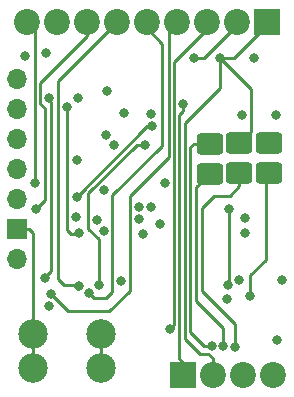
<source format=gbr>
%TF.GenerationSoftware,KiCad,Pcbnew,9.0.2*%
%TF.CreationDate,2025-11-22T23:52:39+01:00*%
%TF.ProjectId,KNeoPiX_v1.3,4b4e656f-5069-4585-9f76-312e332e6b69,1.3*%
%TF.SameCoordinates,Original*%
%TF.FileFunction,Copper,L3,Inr*%
%TF.FilePolarity,Positive*%
%FSLAX46Y46*%
G04 Gerber Fmt 4.6, Leading zero omitted, Abs format (unit mm)*
G04 Created by KiCad (PCBNEW 9.0.2) date 2025-11-22 23:52:39*
%MOMM*%
%LPD*%
G01*
G04 APERTURE LIST*
G04 Aperture macros list*
%AMRoundRect*
0 Rectangle with rounded corners*
0 $1 Rounding radius*
0 $2 $3 $4 $5 $6 $7 $8 $9 X,Y pos of 4 corners*
0 Add a 4 corners polygon primitive as box body*
4,1,4,$2,$3,$4,$5,$6,$7,$8,$9,$2,$3,0*
0 Add four circle primitives for the rounded corners*
1,1,$1+$1,$2,$3*
1,1,$1+$1,$4,$5*
1,1,$1+$1,$6,$7*
1,1,$1+$1,$8,$9*
0 Add four rect primitives between the rounded corners*
20,1,$1+$1,$2,$3,$4,$5,0*
20,1,$1+$1,$4,$5,$6,$7,0*
20,1,$1+$1,$6,$7,$8,$9,0*
20,1,$1+$1,$8,$9,$2,$3,0*%
G04 Aperture macros list end*
%TA.AperFunction,ComponentPad*%
%ADD10C,1.875000*%
%TD*%
%TA.AperFunction,ComponentPad*%
%ADD11R,2.200000X2.200000*%
%TD*%
%TA.AperFunction,ComponentPad*%
%ADD12C,2.200000*%
%TD*%
%TA.AperFunction,ComponentPad*%
%ADD13O,1.700000X1.700000*%
%TD*%
%TA.AperFunction,ComponentPad*%
%ADD14R,1.700000X1.700000*%
%TD*%
%TA.AperFunction,ComponentPad*%
%ADD15C,2.500000*%
%TD*%
%TA.AperFunction,ComponentPad*%
%ADD16RoundRect,0.270000X-0.830000X0.630000X-0.830000X-0.630000X0.830000X-0.630000X0.830000X0.630000X0*%
%TD*%
%TA.AperFunction,ViaPad*%
%ADD17C,0.800000*%
%TD*%
%TA.AperFunction,Conductor*%
%ADD18C,0.250000*%
%TD*%
G04 APERTURE END LIST*
D10*
%TO.N,KNX+*%
%TO.C,H2*%
X56766400Y-68163400D03*
%TD*%
D11*
%TO.N,EXT_VCC_IN*%
%TO.C,J4*%
X63681400Y-71593400D03*
D12*
%TO.N,EXT_GND*%
X66221400Y-71593400D03*
%TO.N,DL4*%
X68761400Y-71593400D03*
%TO.N,DL5*%
X71301400Y-71593400D03*
%TD*%
D11*
%TO.N,EXT_GND*%
%TO.C,J3*%
X70786400Y-41753400D03*
D12*
%TO.N,3v3-MCU*%
X68246400Y-41753400D03*
%TO.N,5V-MCU*%
X65706400Y-41753400D03*
%TO.N,DL1*%
X63166400Y-41753400D03*
%TO.N,DL2*%
X60626400Y-41753400D03*
%TO.N,DL3*%
X58086400Y-41753400D03*
%TO.N,DL8*%
X55546400Y-41753400D03*
%TO.N,DL9*%
X53006400Y-41753400D03*
%TO.N,DL10*%
X50466400Y-41753400D03*
%TD*%
D13*
%TO.N,KNX+*%
%TO.C,GN1*%
X49656400Y-61793400D03*
D14*
%TO.N,KNX_GND*%
X49656400Y-59253400D03*
D13*
%TO.N,KNX_SAVE*%
X49656400Y-56713400D03*
%TO.N,KNX_RX*%
X49656400Y-54173400D03*
%TO.N,KNX_TX*%
X49656400Y-51633400D03*
%TO.N,KNX_3V3*%
X49656400Y-49093400D03*
%TO.N,KNX_5V*%
X49656400Y-46553400D03*
%TD*%
D15*
%TO.N,KNX+*%
%TO.C,J2*%
X56766400Y-71063400D03*
%TO.N,KNX_GND*%
X51016400Y-71063400D03*
%TD*%
D10*
%TO.N,KNX_GND*%
%TO.C,H1*%
X51016400Y-68163400D03*
%TD*%
D15*
%TO.N,KNX+*%
%TO.C,J1*%
X56746400Y-68143400D03*
%TO.N,KNX_GND*%
X50996400Y-68143400D03*
%TD*%
D16*
%TO.N,DIO{slash}MTDI*%
%TO.C,U1*%
X70985800Y-54570014D03*
%TO.N,CLK{slash}MTDO*%
X70985800Y-52030014D03*
%TO.N,RESET{slash}EN*%
X68445800Y-54570014D03*
%TO.N,EXT_GND*%
X68470846Y-52030014D03*
%TO.N,3v3{slash}MTCK*%
X65955800Y-54585800D03*
%TO.N,BOOT{slash}MTMS*%
X65980846Y-52045800D03*
%TD*%
D17*
%TO.N,EXT_5V*%
X68730000Y-49595000D03*
X61040000Y-49510000D03*
%TO.N,EXT_VCC_IN*%
X71610000Y-49590000D03*
%TO.N,EXT_GND*%
X66820000Y-44790000D03*
%TO.N,KNX_3V3*%
X58715000Y-49420000D03*
%TO.N,KNX_TX*%
X54760600Y-53417300D03*
%TO.N,D0*%
X68970000Y-58330000D03*
%TO.N,D10*%
X59995947Y-57385000D03*
%TO.N,D9*%
X57015600Y-56004000D03*
%TO.N,D8*%
X57842500Y-52157600D03*
%TO.N,D3*%
X60312158Y-59665000D03*
%TO.N,D2*%
X60000236Y-58384993D03*
%TO.N,D1*%
X68920000Y-59630000D03*
X61775000Y-58875000D03*
%TO.N,KNX_GND*%
X71700000Y-68680000D03*
X61120000Y-50570000D03*
X54702200Y-56591700D03*
%TO.N,D6_TX*%
X53920000Y-48910000D03*
X54898103Y-59611897D03*
%TO.N,D7_RX*%
X54851400Y-48178600D03*
%TO.N,KNX_5V*%
X72100000Y-63560000D03*
%TO.N,5V-MCU*%
X69740014Y-44800014D03*
X62585607Y-67740054D03*
%TO.N,3v3-MCU*%
X50351500Y-44658500D03*
X57195700Y-51341300D03*
X64660014Y-44800014D03*
X58444400Y-63659496D03*
%TO.N,EXT_VCC_IN*%
X63720000Y-48650000D03*
%TO.N,EXT_5V*%
X67570000Y-57620000D03*
X67550000Y-63980000D03*
%TO.N,3v3{slash}MTCK*%
X67133880Y-69135081D03*
%TO.N,Net-(U5-BST)*%
X60995950Y-57385000D03*
X62160000Y-55410000D03*
%TO.N,VCC_LS*%
X52120000Y-44340000D03*
X52393600Y-48193400D03*
X52025000Y-63427868D03*
%TO.N,DL2*%
X55790000Y-64730000D03*
%TO.N,DL9*%
X57232347Y-47627653D03*
%TO.N,DL8*%
X51274900Y-57590500D03*
%TO.N,DL10*%
X51159700Y-55340000D03*
%TO.N,DL1*%
X52490803Y-64779197D03*
%TO.N,DL3*%
X54880000Y-64065000D03*
%TO.N,DL4*%
X54650000Y-58236200D03*
%TO.N,DL5*%
X52351856Y-65771612D03*
%TO.N,D5*%
X56431500Y-58538000D03*
%TO.N,D4*%
X56993400Y-59399000D03*
%TO.N,CLK{slash}MTDO*%
X60490000Y-52120000D03*
X56620000Y-64020000D03*
%TO.N,DIO{slash}MTDI*%
X69415000Y-64964104D03*
%TO.N,RESET{slash}EN*%
X68126699Y-69254700D03*
%TO.N,BOOT{slash}MTMS*%
X66135594Y-69193620D03*
%TO.N,Net-(D1-K)*%
X68489935Y-63581627D03*
%TO.N,Net-(D2-K)*%
X67440000Y-65210000D03*
%TD*%
D18*
%TO.N,DL2*%
X55790000Y-64730000D02*
X56200000Y-65140000D01*
X57719400Y-64610600D02*
X57719400Y-56430600D01*
X56200000Y-65140000D02*
X57190000Y-65140000D01*
X57190000Y-65140000D02*
X57719400Y-64610600D01*
X57719400Y-56430600D02*
X61920000Y-52230000D01*
X61920000Y-52230000D02*
X61920000Y-43580000D01*
X61920000Y-43580000D02*
X60626400Y-42286400D01*
%TO.N,D6_TX*%
X53845500Y-48984500D02*
X53920000Y-48910000D01*
X54215047Y-59715047D02*
X53845500Y-59345500D01*
X54898103Y-59611897D02*
X54794953Y-59715047D01*
X54794953Y-59715047D02*
X54215047Y-59715047D01*
X53845500Y-59345500D02*
X53845500Y-48984500D01*
%TO.N,5V-MCU*%
X62942000Y-67383661D02*
X62585607Y-67740054D01*
X65706400Y-42333600D02*
X62942000Y-45098000D01*
X62942000Y-45098000D02*
X62942000Y-67383661D01*
%TO.N,DL8*%
X51274900Y-57590500D02*
X52009200Y-56856200D01*
X52009200Y-49050900D02*
X51611400Y-48653100D01*
X51611400Y-48653100D02*
X51611400Y-46868600D01*
X52009200Y-56856200D02*
X52009200Y-49050900D01*
X51611400Y-46868600D02*
X55546400Y-42933600D01*
X55546400Y-42933600D02*
X55546400Y-41753400D01*
%TO.N,RESET{slash}EN*%
X68126699Y-69254700D02*
X68126699Y-69231577D01*
X66310000Y-56440000D02*
X67670000Y-56440000D01*
X67670000Y-56440000D02*
X68445800Y-55664200D01*
X68126699Y-69231577D02*
X68105647Y-69210525D01*
X65281000Y-57469000D02*
X66310000Y-56440000D01*
X68105647Y-69210525D02*
X68105647Y-67315647D01*
X68105647Y-67315647D02*
X65281000Y-64491000D01*
X65281000Y-64491000D02*
X65281000Y-57469000D01*
X68445800Y-55664200D02*
X68445800Y-54570014D01*
%TO.N,KNX_GND*%
X61120000Y-50570000D02*
X60660000Y-50570000D01*
X60660000Y-50570000D02*
X54702200Y-56527800D01*
X54702200Y-56527800D02*
X54702200Y-56591700D01*
%TO.N,CLK{slash}MTDO*%
X60490000Y-52120000D02*
X59790000Y-52120000D01*
X55704800Y-56205200D02*
X55704800Y-59244800D01*
X59790000Y-52120000D02*
X55704800Y-56205200D01*
X56620000Y-60160000D02*
X56620000Y-63730000D01*
X55704800Y-59244800D02*
X56620000Y-60160000D01*
X56620000Y-63730000D02*
X56610000Y-63740000D01*
%TO.N,EXT_VCC_IN*%
X63720000Y-48650000D02*
X63720000Y-49310000D01*
X63393000Y-49637000D02*
X63393000Y-70235400D01*
X63720000Y-49310000D02*
X63393000Y-49637000D01*
X63393000Y-70235400D02*
X63681400Y-70523800D01*
X63681400Y-70523800D02*
X63681400Y-71593400D01*
%TO.N,DL1*%
X62491000Y-53185078D02*
X59180000Y-56496078D01*
X62491000Y-42428800D02*
X62491000Y-53185078D01*
X59180000Y-56496078D02*
X59180000Y-64530000D01*
X59180000Y-64530000D02*
X57469000Y-66241000D01*
X57469000Y-66241000D02*
X53952606Y-66241000D01*
X53952606Y-66241000D02*
X52490803Y-64779197D01*
%TO.N,EXT_GND*%
X66820000Y-44790000D02*
X69456000Y-47426000D01*
X69456000Y-47426000D02*
X69456000Y-51044860D01*
X69456000Y-51044860D02*
X68470846Y-52030014D01*
X66221400Y-71593400D02*
X66221400Y-70231400D01*
X65850000Y-69860000D02*
X65120000Y-69860000D01*
X63853000Y-50277000D02*
X66805000Y-47325000D01*
X66221400Y-70231400D02*
X65850000Y-69860000D01*
X65120000Y-69860000D02*
X63853000Y-68593000D01*
X63853000Y-68593000D02*
X63853000Y-50277000D01*
X66805000Y-47325000D02*
X66820000Y-47325000D01*
X66820000Y-47325000D02*
X66820000Y-44790000D01*
%TO.N,KNX_GND*%
X49656400Y-59253400D02*
X50643400Y-59253400D01*
X51016400Y-59626400D02*
X51016400Y-67667600D01*
X51016400Y-71063400D02*
X51016400Y-68163400D01*
X50643400Y-59253400D02*
X51016400Y-59626400D01*
%TO.N,KNX+*%
X56766400Y-71063400D02*
X56766400Y-68163400D01*
%TO.N,3v3-MCU*%
X64660014Y-44800014D02*
X65449986Y-44800014D01*
X65449986Y-44800014D02*
X68246400Y-42003600D01*
%TO.N,EXT_5V*%
X67550000Y-63980000D02*
X67570000Y-63960000D01*
X67570000Y-63960000D02*
X67570000Y-57620000D01*
%TO.N,3v3{slash}MTCK*%
X67106333Y-69107534D02*
X67106333Y-67656333D01*
X64830000Y-55711600D02*
X65955800Y-54585800D01*
X64830000Y-65380000D02*
X64830000Y-55711600D01*
X67133880Y-69135081D02*
X67106333Y-69107534D01*
X67106333Y-67656333D02*
X64830000Y-65380000D01*
%TO.N,VCC_LS*%
X52393600Y-48407700D02*
X52393600Y-48193400D01*
X51979527Y-63382395D02*
X51942000Y-63382395D01*
X52502500Y-62821895D02*
X52502500Y-48516600D01*
X52025000Y-63427868D02*
X51979527Y-63382395D01*
X51942000Y-63382395D02*
X52502500Y-62821895D01*
X52502500Y-48516600D02*
X52393600Y-48407700D01*
%TO.N,DL10*%
X51159700Y-55340000D02*
X51159700Y-42446700D01*
X51159700Y-42446700D02*
X50466400Y-41753400D01*
%TO.N,DL3*%
X54835100Y-64347800D02*
X54517300Y-64030000D01*
X53118600Y-46721200D02*
X58086400Y-41753400D01*
X53118600Y-63498600D02*
X53118600Y-46721200D01*
X53650000Y-64030000D02*
X53118600Y-63498600D01*
X54517300Y-64030000D02*
X53650000Y-64030000D01*
X54835100Y-64109900D02*
X54835100Y-64347800D01*
X54880000Y-64065000D02*
X54835100Y-64109900D01*
%TO.N,DIO{slash}MTDI*%
X69415000Y-64964104D02*
X69415000Y-63205000D01*
X69415000Y-63205000D02*
X70720000Y-61900000D01*
X70720000Y-61900000D02*
X70720000Y-55154200D01*
%TO.N,BOOT{slash}MTMS*%
X64614200Y-52045800D02*
X65980846Y-52045800D01*
X64340000Y-67990000D02*
X64340000Y-52320000D01*
X66095123Y-69153150D02*
X65503150Y-69153150D01*
X64340000Y-52320000D02*
X64614200Y-52045800D01*
X66135594Y-69193620D02*
X66095123Y-69153150D01*
X65503150Y-69153150D02*
X64340000Y-67990000D01*
%TO.N,EXT_GND*%
X66830000Y-44800000D02*
X68020000Y-44800000D01*
X66820000Y-44790000D02*
X66830000Y-44800000D01*
X68020000Y-44800000D02*
X70786400Y-42033600D01*
%TD*%
M02*

</source>
